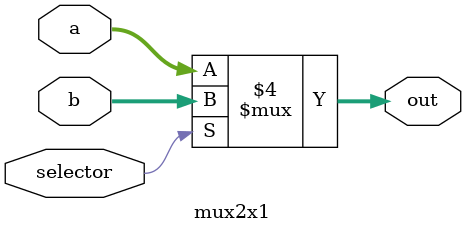
<source format=sv>
`timescale 1ns / 1ps


module mux2x1(
    input [31:0] a,
    input [31:0] b,
    input selector,
    output reg [31:0] out
    );
always @*
begin
    if(!selector)
    begin
        out = a;
    end
    else
    begin
        out = b;
    end
end
endmodule

</source>
